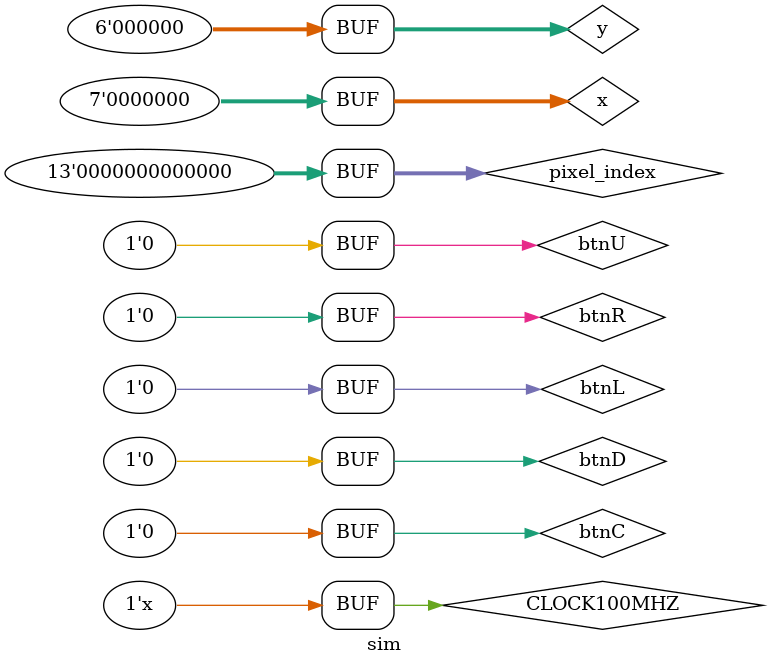
<source format=v>
`timescale 1ns / 1ps

module sim(
    );
    
    reg CLOCK100MHZ = 0;
    reg btnC =0, btnU = 0, btnD = 0,btnL = 0, btnR= 0;
    reg [6:0]x = 0;
    reg [5:0] y =0;
    reg [12:0] pixel_index = 0;
    wire [15:0] oled;
   platformer plat(
         CLOCK100MHZ, // 100MHZ expected
         btnC, btnU, btnD, btnL, btnR,
         x,
         y,
         pixel_index,
        oled 
        );
   
    // 80 41 is supposed to be colored 3920
    initial begin
          
    end
   always begin
       CLOCK100MHZ = ~CLOCK100MHZ;  #5;
    end
    
endmodule

</source>
